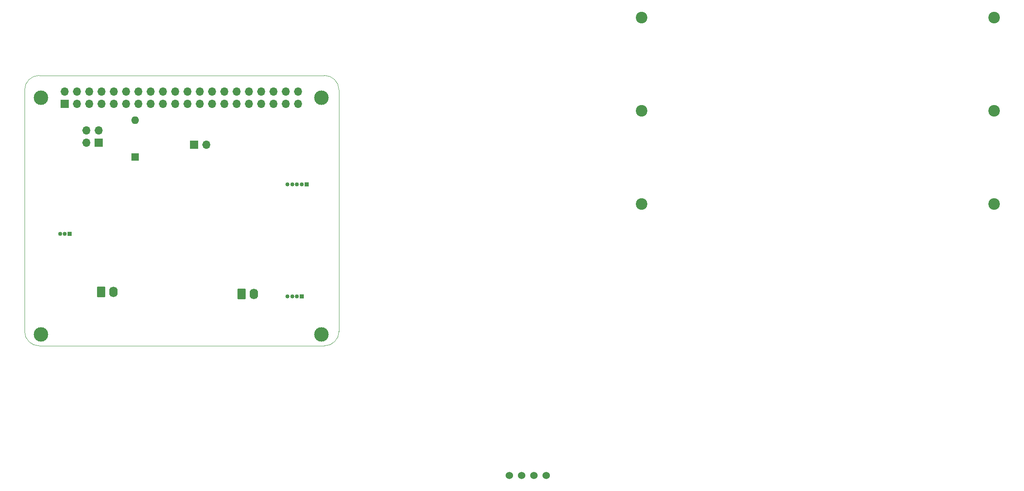
<source format=gbr>
G04 #@! TF.GenerationSoftware,KiCad,Pcbnew,9.0.4-9.0.4-0~ubuntu22.04.1*
G04 #@! TF.CreationDate,2025-09-06T14:27:44-05:00*
G04 #@! TF.ProjectId,Lab1_PCB,4c616231-5f50-4434-922e-6b696361645f,rev?*
G04 #@! TF.SameCoordinates,Original*
G04 #@! TF.FileFunction,Copper,L3,Inr*
G04 #@! TF.FilePolarity,Positive*
%FSLAX46Y46*%
G04 Gerber Fmt 4.6, Leading zero omitted, Abs format (unit mm)*
G04 Created by KiCad (PCBNEW 9.0.4-9.0.4-0~ubuntu22.04.1) date 2025-09-06 14:27:44*
%MOMM*%
%LPD*%
G01*
G04 APERTURE LIST*
G04 Aperture macros list*
%AMRoundRect*
0 Rectangle with rounded corners*
0 $1 Rounding radius*
0 $2 $3 $4 $5 $6 $7 $8 $9 X,Y pos of 4 corners*
0 Add a 4 corners polygon primitive as box body*
4,1,4,$2,$3,$4,$5,$6,$7,$8,$9,$2,$3,0*
0 Add four circle primitives for the rounded corners*
1,1,$1+$1,$2,$3*
1,1,$1+$1,$4,$5*
1,1,$1+$1,$6,$7*
1,1,$1+$1,$8,$9*
0 Add four rect primitives between the rounded corners*
20,1,$1+$1,$2,$3,$4,$5,0*
20,1,$1+$1,$4,$5,$6,$7,0*
20,1,$1+$1,$6,$7,$8,$9,0*
20,1,$1+$1,$8,$9,$2,$3,0*%
G04 Aperture macros list end*
G04 #@! TA.AperFunction,ComponentPad*
%ADD10C,1.530000*%
G04 #@! TD*
G04 #@! TA.AperFunction,ComponentPad*
%ADD11R,1.600000X1.600000*%
G04 #@! TD*
G04 #@! TA.AperFunction,ComponentPad*
%ADD12O,1.600000X1.600000*%
G04 #@! TD*
G04 #@! TA.AperFunction,ComponentPad*
%ADD13R,0.850000X0.850000*%
G04 #@! TD*
G04 #@! TA.AperFunction,ComponentPad*
%ADD14O,0.850000X0.850000*%
G04 #@! TD*
G04 #@! TA.AperFunction,WasherPad*
%ADD15C,3.000000*%
G04 #@! TD*
G04 #@! TA.AperFunction,ComponentPad*
%ADD16R,1.700000X1.700000*%
G04 #@! TD*
G04 #@! TA.AperFunction,ComponentPad*
%ADD17O,1.700000X1.700000*%
G04 #@! TD*
G04 #@! TA.AperFunction,ComponentPad*
%ADD18RoundRect,0.250000X-0.620000X-0.845000X0.620000X-0.845000X0.620000X0.845000X-0.620000X0.845000X0*%
G04 #@! TD*
G04 #@! TA.AperFunction,ComponentPad*
%ADD19O,1.740000X2.190000*%
G04 #@! TD*
G04 #@! TA.AperFunction,ComponentPad*
%ADD20C,2.400000*%
G04 #@! TD*
G04 #@! TA.AperFunction,Profile*
%ADD21C,0.100000*%
G04 #@! TD*
G04 APERTURE END LIST*
D10*
X165810000Y-140875000D03*
X163270000Y-140875000D03*
X160730000Y-140875000D03*
X158190000Y-140875000D03*
D11*
X80824655Y-74909655D03*
D12*
X80824655Y-67289655D03*
D13*
X116324655Y-80579655D03*
D14*
X115324655Y-80579655D03*
X114324655Y-80579655D03*
X113324655Y-80579655D03*
X112324655Y-80579655D03*
D15*
X119354655Y-111599655D03*
D16*
X93024655Y-72389655D03*
D17*
X95564655Y-72389655D03*
D15*
X61364655Y-111609655D03*
D16*
X73304655Y-71949655D03*
D17*
X70764655Y-71949655D03*
X73304655Y-69409655D03*
X70764655Y-69409655D03*
D15*
X61364655Y-62599655D03*
D13*
X67324655Y-90789655D03*
D14*
X66324655Y-90789655D03*
X65324655Y-90789655D03*
D18*
X73824655Y-102789655D03*
D19*
X76364655Y-102789655D03*
D13*
X115324655Y-103789655D03*
D14*
X114324655Y-103789655D03*
X113324655Y-103789655D03*
X112324655Y-103789655D03*
D18*
X102824655Y-103289655D03*
D19*
X105364655Y-103289655D03*
D15*
X119364655Y-62619655D03*
D17*
X114504655Y-61339655D03*
X114504655Y-63879655D03*
X111964655Y-61339655D03*
X111964655Y-63879655D03*
X109424655Y-61339655D03*
X109424655Y-63879655D03*
X106884655Y-61339655D03*
X106884655Y-63879655D03*
X104344655Y-61339655D03*
X104344655Y-63879655D03*
X101804655Y-61339655D03*
X101804655Y-63879655D03*
X99264655Y-61339655D03*
X99264655Y-63879655D03*
X96724655Y-61339655D03*
X96724655Y-63879655D03*
X94184655Y-61339655D03*
X94184655Y-63879655D03*
X91644655Y-61339655D03*
X91644655Y-63879655D03*
X89104655Y-61339655D03*
X89104655Y-63879655D03*
X86564655Y-61339655D03*
X86564655Y-63879655D03*
X84024655Y-61339655D03*
X84024655Y-63879655D03*
X81484655Y-61339655D03*
X81484655Y-63879655D03*
X78944655Y-61339655D03*
X78944655Y-63879655D03*
X76404655Y-61339655D03*
X76404655Y-63879655D03*
X73864655Y-61339655D03*
X73864655Y-63879655D03*
X71324655Y-61339655D03*
X71324655Y-63879655D03*
X68784655Y-61339655D03*
X68784655Y-63879655D03*
X66244655Y-61339655D03*
D16*
X66244655Y-63879655D03*
D20*
X185545000Y-46000000D03*
X258445000Y-46000000D03*
X185545000Y-65300000D03*
X258445000Y-65300000D03*
X185545000Y-84600000D03*
X258445000Y-84600000D03*
D21*
X122999995Y-111005236D02*
G75*
G02*
X120000000Y-113999945I-2999951J5247D01*
G01*
X61000000Y-114000000D02*
X120000000Y-114000000D01*
X120000000Y-58000000D02*
G75*
G02*
X123000033Y-61000000I44J-2999989D01*
G01*
X123000000Y-111000000D02*
X123000000Y-61000000D01*
X120000000Y-58000000D02*
X61000000Y-58000000D01*
X58000000Y-61000000D02*
X58000000Y-111000000D01*
X58000000Y-61000000D02*
G75*
G02*
X61000000Y-57999945I3000044J11D01*
G01*
X61000000Y-114000000D02*
G75*
G02*
X58000033Y-111000000I44J3000011D01*
G01*
M02*

</source>
